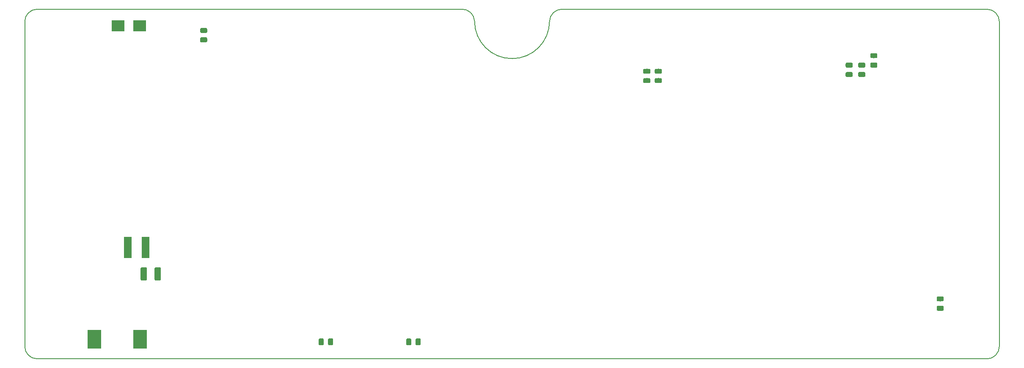
<source format=gbr>
%TF.GenerationSoftware,KiCad,Pcbnew,5.0.1*%
%TF.CreationDate,2018-10-23T16:01:19+11:00*%
%TF.ProjectId,FP1,4650312E6B696361645F706362000000,0.1*%
%TF.SameCoordinates,Original*%
%TF.FileFunction,Paste,Top*%
%TF.FilePolarity,Positive*%
%FSLAX46Y46*%
G04 Gerber Fmt 4.6, Leading zero omitted, Abs format (unit mm)*
G04 Created by KiCad (PCBNEW 5.0.1) date Tue 23 Oct 2018 04:01:19 PM AEDT*
%MOMM*%
%LPD*%
G01*
G04 APERTURE LIST*
%ADD10C,0.150000*%
%ADD11C,0.975000*%
%ADD12R,2.700000X3.750000*%
%ADD13C,1.250000*%
%ADD14R,2.500000X2.300000*%
%ADD15R,1.500000X4.200000*%
G04 APERTURE END LIST*
D10*
X240100000Y-59500000D02*
G75*
G03X237599981Y-56999981I-2500019J0D01*
G01*
X237599981Y-127000019D02*
G75*
G03X240100000Y-124500000I0J2500019D01*
G01*
X45099981Y-124500000D02*
G75*
G03X47600000Y-127000019I2500019J0D01*
G01*
X45099981Y-59500000D02*
G75*
G02X47600000Y-56999981I2500019J0D01*
G01*
X135098002Y-59400080D02*
G75*
G03X132599981Y-56999981I-2498021J-99920D01*
G01*
X150101622Y-59409986D02*
G75*
G02X152600019Y-57000000I2498397J-90033D01*
G01*
X150100000Y-59400000D02*
G75*
G02X135100000Y-59400000I-7500000J0D01*
G01*
X237620000Y-57000000D02*
X152580000Y-57000000D01*
X45100000Y-124540000D02*
X45100000Y-59460000D01*
X47610000Y-57000000D02*
X132630000Y-57000000D01*
X240100000Y-124530000D02*
X240100000Y-59490000D01*
X47570000Y-127000000D02*
X237630000Y-127000000D01*
G36*
X228740142Y-116391174D02*
X228763803Y-116394684D01*
X228787007Y-116400496D01*
X228809529Y-116408554D01*
X228831153Y-116418782D01*
X228851670Y-116431079D01*
X228870883Y-116445329D01*
X228888607Y-116461393D01*
X228904671Y-116479117D01*
X228918921Y-116498330D01*
X228931218Y-116518847D01*
X228941446Y-116540471D01*
X228949504Y-116562993D01*
X228955316Y-116586197D01*
X228958826Y-116609858D01*
X228960000Y-116633750D01*
X228960000Y-117121250D01*
X228958826Y-117145142D01*
X228955316Y-117168803D01*
X228949504Y-117192007D01*
X228941446Y-117214529D01*
X228931218Y-117236153D01*
X228918921Y-117256670D01*
X228904671Y-117275883D01*
X228888607Y-117293607D01*
X228870883Y-117309671D01*
X228851670Y-117323921D01*
X228831153Y-117336218D01*
X228809529Y-117346446D01*
X228787007Y-117354504D01*
X228763803Y-117360316D01*
X228740142Y-117363826D01*
X228716250Y-117365000D01*
X227803750Y-117365000D01*
X227779858Y-117363826D01*
X227756197Y-117360316D01*
X227732993Y-117354504D01*
X227710471Y-117346446D01*
X227688847Y-117336218D01*
X227668330Y-117323921D01*
X227649117Y-117309671D01*
X227631393Y-117293607D01*
X227615329Y-117275883D01*
X227601079Y-117256670D01*
X227588782Y-117236153D01*
X227578554Y-117214529D01*
X227570496Y-117192007D01*
X227564684Y-117168803D01*
X227561174Y-117145142D01*
X227560000Y-117121250D01*
X227560000Y-116633750D01*
X227561174Y-116609858D01*
X227564684Y-116586197D01*
X227570496Y-116562993D01*
X227578554Y-116540471D01*
X227588782Y-116518847D01*
X227601079Y-116498330D01*
X227615329Y-116479117D01*
X227631393Y-116461393D01*
X227649117Y-116445329D01*
X227668330Y-116431079D01*
X227688847Y-116418782D01*
X227710471Y-116408554D01*
X227732993Y-116400496D01*
X227756197Y-116394684D01*
X227779858Y-116391174D01*
X227803750Y-116390000D01*
X228716250Y-116390000D01*
X228740142Y-116391174D01*
X228740142Y-116391174D01*
G37*
D11*
X228260000Y-116877500D03*
D10*
G36*
X228740142Y-114516174D02*
X228763803Y-114519684D01*
X228787007Y-114525496D01*
X228809529Y-114533554D01*
X228831153Y-114543782D01*
X228851670Y-114556079D01*
X228870883Y-114570329D01*
X228888607Y-114586393D01*
X228904671Y-114604117D01*
X228918921Y-114623330D01*
X228931218Y-114643847D01*
X228941446Y-114665471D01*
X228949504Y-114687993D01*
X228955316Y-114711197D01*
X228958826Y-114734858D01*
X228960000Y-114758750D01*
X228960000Y-115246250D01*
X228958826Y-115270142D01*
X228955316Y-115293803D01*
X228949504Y-115317007D01*
X228941446Y-115339529D01*
X228931218Y-115361153D01*
X228918921Y-115381670D01*
X228904671Y-115400883D01*
X228888607Y-115418607D01*
X228870883Y-115434671D01*
X228851670Y-115448921D01*
X228831153Y-115461218D01*
X228809529Y-115471446D01*
X228787007Y-115479504D01*
X228763803Y-115485316D01*
X228740142Y-115488826D01*
X228716250Y-115490000D01*
X227803750Y-115490000D01*
X227779858Y-115488826D01*
X227756197Y-115485316D01*
X227732993Y-115479504D01*
X227710471Y-115471446D01*
X227688847Y-115461218D01*
X227668330Y-115448921D01*
X227649117Y-115434671D01*
X227631393Y-115418607D01*
X227615329Y-115400883D01*
X227601079Y-115381670D01*
X227588782Y-115361153D01*
X227578554Y-115339529D01*
X227570496Y-115317007D01*
X227564684Y-115293803D01*
X227561174Y-115270142D01*
X227560000Y-115246250D01*
X227560000Y-114758750D01*
X227561174Y-114734858D01*
X227564684Y-114711197D01*
X227570496Y-114687993D01*
X227578554Y-114665471D01*
X227588782Y-114643847D01*
X227601079Y-114623330D01*
X227615329Y-114604117D01*
X227631393Y-114586393D01*
X227649117Y-114570329D01*
X227668330Y-114556079D01*
X227688847Y-114543782D01*
X227710471Y-114533554D01*
X227732993Y-114525496D01*
X227756197Y-114519684D01*
X227779858Y-114516174D01*
X227803750Y-114515000D01*
X228716250Y-114515000D01*
X228740142Y-114516174D01*
X228740142Y-114516174D01*
G37*
D11*
X228260000Y-115002500D03*
D10*
G36*
X215480142Y-65836174D02*
X215503803Y-65839684D01*
X215527007Y-65845496D01*
X215549529Y-65853554D01*
X215571153Y-65863782D01*
X215591670Y-65876079D01*
X215610883Y-65890329D01*
X215628607Y-65906393D01*
X215644671Y-65924117D01*
X215658921Y-65943330D01*
X215671218Y-65963847D01*
X215681446Y-65985471D01*
X215689504Y-66007993D01*
X215695316Y-66031197D01*
X215698826Y-66054858D01*
X215700000Y-66078750D01*
X215700000Y-66566250D01*
X215698826Y-66590142D01*
X215695316Y-66613803D01*
X215689504Y-66637007D01*
X215681446Y-66659529D01*
X215671218Y-66681153D01*
X215658921Y-66701670D01*
X215644671Y-66720883D01*
X215628607Y-66738607D01*
X215610883Y-66754671D01*
X215591670Y-66768921D01*
X215571153Y-66781218D01*
X215549529Y-66791446D01*
X215527007Y-66799504D01*
X215503803Y-66805316D01*
X215480142Y-66808826D01*
X215456250Y-66810000D01*
X214543750Y-66810000D01*
X214519858Y-66808826D01*
X214496197Y-66805316D01*
X214472993Y-66799504D01*
X214450471Y-66791446D01*
X214428847Y-66781218D01*
X214408330Y-66768921D01*
X214389117Y-66754671D01*
X214371393Y-66738607D01*
X214355329Y-66720883D01*
X214341079Y-66701670D01*
X214328782Y-66681153D01*
X214318554Y-66659529D01*
X214310496Y-66637007D01*
X214304684Y-66613803D01*
X214301174Y-66590142D01*
X214300000Y-66566250D01*
X214300000Y-66078750D01*
X214301174Y-66054858D01*
X214304684Y-66031197D01*
X214310496Y-66007993D01*
X214318554Y-65985471D01*
X214328782Y-65963847D01*
X214341079Y-65943330D01*
X214355329Y-65924117D01*
X214371393Y-65906393D01*
X214389117Y-65890329D01*
X214408330Y-65876079D01*
X214428847Y-65863782D01*
X214450471Y-65853554D01*
X214472993Y-65845496D01*
X214496197Y-65839684D01*
X214519858Y-65836174D01*
X214543750Y-65835000D01*
X215456250Y-65835000D01*
X215480142Y-65836174D01*
X215480142Y-65836174D01*
G37*
D11*
X215000000Y-66322500D03*
D10*
G36*
X215480142Y-67711174D02*
X215503803Y-67714684D01*
X215527007Y-67720496D01*
X215549529Y-67728554D01*
X215571153Y-67738782D01*
X215591670Y-67751079D01*
X215610883Y-67765329D01*
X215628607Y-67781393D01*
X215644671Y-67799117D01*
X215658921Y-67818330D01*
X215671218Y-67838847D01*
X215681446Y-67860471D01*
X215689504Y-67882993D01*
X215695316Y-67906197D01*
X215698826Y-67929858D01*
X215700000Y-67953750D01*
X215700000Y-68441250D01*
X215698826Y-68465142D01*
X215695316Y-68488803D01*
X215689504Y-68512007D01*
X215681446Y-68534529D01*
X215671218Y-68556153D01*
X215658921Y-68576670D01*
X215644671Y-68595883D01*
X215628607Y-68613607D01*
X215610883Y-68629671D01*
X215591670Y-68643921D01*
X215571153Y-68656218D01*
X215549529Y-68666446D01*
X215527007Y-68674504D01*
X215503803Y-68680316D01*
X215480142Y-68683826D01*
X215456250Y-68685000D01*
X214543750Y-68685000D01*
X214519858Y-68683826D01*
X214496197Y-68680316D01*
X214472993Y-68674504D01*
X214450471Y-68666446D01*
X214428847Y-68656218D01*
X214408330Y-68643921D01*
X214389117Y-68629671D01*
X214371393Y-68613607D01*
X214355329Y-68595883D01*
X214341079Y-68576670D01*
X214328782Y-68556153D01*
X214318554Y-68534529D01*
X214310496Y-68512007D01*
X214304684Y-68488803D01*
X214301174Y-68465142D01*
X214300000Y-68441250D01*
X214300000Y-67953750D01*
X214301174Y-67929858D01*
X214304684Y-67906197D01*
X214310496Y-67882993D01*
X214318554Y-67860471D01*
X214328782Y-67838847D01*
X214341079Y-67818330D01*
X214355329Y-67799117D01*
X214371393Y-67781393D01*
X214389117Y-67765329D01*
X214408330Y-67751079D01*
X214428847Y-67738782D01*
X214450471Y-67728554D01*
X214472993Y-67720496D01*
X214496197Y-67714684D01*
X214519858Y-67711174D01*
X214543750Y-67710000D01*
X215456250Y-67710000D01*
X215480142Y-67711174D01*
X215480142Y-67711174D01*
G37*
D11*
X215000000Y-68197500D03*
D12*
X59010000Y-123090000D03*
X68210000Y-123090000D03*
D10*
G36*
X81380142Y-62651174D02*
X81403803Y-62654684D01*
X81427007Y-62660496D01*
X81449529Y-62668554D01*
X81471153Y-62678782D01*
X81491670Y-62691079D01*
X81510883Y-62705329D01*
X81528607Y-62721393D01*
X81544671Y-62739117D01*
X81558921Y-62758330D01*
X81571218Y-62778847D01*
X81581446Y-62800471D01*
X81589504Y-62822993D01*
X81595316Y-62846197D01*
X81598826Y-62869858D01*
X81600000Y-62893750D01*
X81600000Y-63381250D01*
X81598826Y-63405142D01*
X81595316Y-63428803D01*
X81589504Y-63452007D01*
X81581446Y-63474529D01*
X81571218Y-63496153D01*
X81558921Y-63516670D01*
X81544671Y-63535883D01*
X81528607Y-63553607D01*
X81510883Y-63569671D01*
X81491670Y-63583921D01*
X81471153Y-63596218D01*
X81449529Y-63606446D01*
X81427007Y-63614504D01*
X81403803Y-63620316D01*
X81380142Y-63623826D01*
X81356250Y-63625000D01*
X80443750Y-63625000D01*
X80419858Y-63623826D01*
X80396197Y-63620316D01*
X80372993Y-63614504D01*
X80350471Y-63606446D01*
X80328847Y-63596218D01*
X80308330Y-63583921D01*
X80289117Y-63569671D01*
X80271393Y-63553607D01*
X80255329Y-63535883D01*
X80241079Y-63516670D01*
X80228782Y-63496153D01*
X80218554Y-63474529D01*
X80210496Y-63452007D01*
X80204684Y-63428803D01*
X80201174Y-63405142D01*
X80200000Y-63381250D01*
X80200000Y-62893750D01*
X80201174Y-62869858D01*
X80204684Y-62846197D01*
X80210496Y-62822993D01*
X80218554Y-62800471D01*
X80228782Y-62778847D01*
X80241079Y-62758330D01*
X80255329Y-62739117D01*
X80271393Y-62721393D01*
X80289117Y-62705329D01*
X80308330Y-62691079D01*
X80328847Y-62678782D01*
X80350471Y-62668554D01*
X80372993Y-62660496D01*
X80396197Y-62654684D01*
X80419858Y-62651174D01*
X80443750Y-62650000D01*
X81356250Y-62650000D01*
X81380142Y-62651174D01*
X81380142Y-62651174D01*
G37*
D11*
X80900000Y-63137500D03*
D10*
G36*
X81380142Y-60776174D02*
X81403803Y-60779684D01*
X81427007Y-60785496D01*
X81449529Y-60793554D01*
X81471153Y-60803782D01*
X81491670Y-60816079D01*
X81510883Y-60830329D01*
X81528607Y-60846393D01*
X81544671Y-60864117D01*
X81558921Y-60883330D01*
X81571218Y-60903847D01*
X81581446Y-60925471D01*
X81589504Y-60947993D01*
X81595316Y-60971197D01*
X81598826Y-60994858D01*
X81600000Y-61018750D01*
X81600000Y-61506250D01*
X81598826Y-61530142D01*
X81595316Y-61553803D01*
X81589504Y-61577007D01*
X81581446Y-61599529D01*
X81571218Y-61621153D01*
X81558921Y-61641670D01*
X81544671Y-61660883D01*
X81528607Y-61678607D01*
X81510883Y-61694671D01*
X81491670Y-61708921D01*
X81471153Y-61721218D01*
X81449529Y-61731446D01*
X81427007Y-61739504D01*
X81403803Y-61745316D01*
X81380142Y-61748826D01*
X81356250Y-61750000D01*
X80443750Y-61750000D01*
X80419858Y-61748826D01*
X80396197Y-61745316D01*
X80372993Y-61739504D01*
X80350471Y-61731446D01*
X80328847Y-61721218D01*
X80308330Y-61708921D01*
X80289117Y-61694671D01*
X80271393Y-61678607D01*
X80255329Y-61660883D01*
X80241079Y-61641670D01*
X80228782Y-61621153D01*
X80218554Y-61599529D01*
X80210496Y-61577007D01*
X80204684Y-61553803D01*
X80201174Y-61530142D01*
X80200000Y-61506250D01*
X80200000Y-61018750D01*
X80201174Y-60994858D01*
X80204684Y-60971197D01*
X80210496Y-60947993D01*
X80218554Y-60925471D01*
X80228782Y-60903847D01*
X80241079Y-60883330D01*
X80255329Y-60864117D01*
X80271393Y-60846393D01*
X80289117Y-60830329D01*
X80308330Y-60816079D01*
X80328847Y-60803782D01*
X80350471Y-60793554D01*
X80372993Y-60785496D01*
X80396197Y-60779684D01*
X80419858Y-60776174D01*
X80443750Y-60775000D01*
X81356250Y-60775000D01*
X81380142Y-60776174D01*
X81380142Y-60776174D01*
G37*
D11*
X80900000Y-61262500D03*
D10*
G36*
X106555142Y-122891174D02*
X106578803Y-122894684D01*
X106602007Y-122900496D01*
X106624529Y-122908554D01*
X106646153Y-122918782D01*
X106666670Y-122931079D01*
X106685883Y-122945329D01*
X106703607Y-122961393D01*
X106719671Y-122979117D01*
X106733921Y-122998330D01*
X106746218Y-123018847D01*
X106756446Y-123040471D01*
X106764504Y-123062993D01*
X106770316Y-123086197D01*
X106773826Y-123109858D01*
X106775000Y-123133750D01*
X106775000Y-124046250D01*
X106773826Y-124070142D01*
X106770316Y-124093803D01*
X106764504Y-124117007D01*
X106756446Y-124139529D01*
X106746218Y-124161153D01*
X106733921Y-124181670D01*
X106719671Y-124200883D01*
X106703607Y-124218607D01*
X106685883Y-124234671D01*
X106666670Y-124248921D01*
X106646153Y-124261218D01*
X106624529Y-124271446D01*
X106602007Y-124279504D01*
X106578803Y-124285316D01*
X106555142Y-124288826D01*
X106531250Y-124290000D01*
X106043750Y-124290000D01*
X106019858Y-124288826D01*
X105996197Y-124285316D01*
X105972993Y-124279504D01*
X105950471Y-124271446D01*
X105928847Y-124261218D01*
X105908330Y-124248921D01*
X105889117Y-124234671D01*
X105871393Y-124218607D01*
X105855329Y-124200883D01*
X105841079Y-124181670D01*
X105828782Y-124161153D01*
X105818554Y-124139529D01*
X105810496Y-124117007D01*
X105804684Y-124093803D01*
X105801174Y-124070142D01*
X105800000Y-124046250D01*
X105800000Y-123133750D01*
X105801174Y-123109858D01*
X105804684Y-123086197D01*
X105810496Y-123062993D01*
X105818554Y-123040471D01*
X105828782Y-123018847D01*
X105841079Y-122998330D01*
X105855329Y-122979117D01*
X105871393Y-122961393D01*
X105889117Y-122945329D01*
X105908330Y-122931079D01*
X105928847Y-122918782D01*
X105950471Y-122908554D01*
X105972993Y-122900496D01*
X105996197Y-122894684D01*
X106019858Y-122891174D01*
X106043750Y-122890000D01*
X106531250Y-122890000D01*
X106555142Y-122891174D01*
X106555142Y-122891174D01*
G37*
D11*
X106287500Y-123590000D03*
D10*
G36*
X104680142Y-122891174D02*
X104703803Y-122894684D01*
X104727007Y-122900496D01*
X104749529Y-122908554D01*
X104771153Y-122918782D01*
X104791670Y-122931079D01*
X104810883Y-122945329D01*
X104828607Y-122961393D01*
X104844671Y-122979117D01*
X104858921Y-122998330D01*
X104871218Y-123018847D01*
X104881446Y-123040471D01*
X104889504Y-123062993D01*
X104895316Y-123086197D01*
X104898826Y-123109858D01*
X104900000Y-123133750D01*
X104900000Y-124046250D01*
X104898826Y-124070142D01*
X104895316Y-124093803D01*
X104889504Y-124117007D01*
X104881446Y-124139529D01*
X104871218Y-124161153D01*
X104858921Y-124181670D01*
X104844671Y-124200883D01*
X104828607Y-124218607D01*
X104810883Y-124234671D01*
X104791670Y-124248921D01*
X104771153Y-124261218D01*
X104749529Y-124271446D01*
X104727007Y-124279504D01*
X104703803Y-124285316D01*
X104680142Y-124288826D01*
X104656250Y-124290000D01*
X104168750Y-124290000D01*
X104144858Y-124288826D01*
X104121197Y-124285316D01*
X104097993Y-124279504D01*
X104075471Y-124271446D01*
X104053847Y-124261218D01*
X104033330Y-124248921D01*
X104014117Y-124234671D01*
X103996393Y-124218607D01*
X103980329Y-124200883D01*
X103966079Y-124181670D01*
X103953782Y-124161153D01*
X103943554Y-124139529D01*
X103935496Y-124117007D01*
X103929684Y-124093803D01*
X103926174Y-124070142D01*
X103925000Y-124046250D01*
X103925000Y-123133750D01*
X103926174Y-123109858D01*
X103929684Y-123086197D01*
X103935496Y-123062993D01*
X103943554Y-123040471D01*
X103953782Y-123018847D01*
X103966079Y-122998330D01*
X103980329Y-122979117D01*
X103996393Y-122961393D01*
X104014117Y-122945329D01*
X104033330Y-122931079D01*
X104053847Y-122918782D01*
X104075471Y-122908554D01*
X104097993Y-122900496D01*
X104121197Y-122894684D01*
X104144858Y-122891174D01*
X104168750Y-122890000D01*
X104656250Y-122890000D01*
X104680142Y-122891174D01*
X104680142Y-122891174D01*
G37*
D11*
X104412500Y-123590000D03*
D10*
G36*
X170040142Y-70811174D02*
X170063803Y-70814684D01*
X170087007Y-70820496D01*
X170109529Y-70828554D01*
X170131153Y-70838782D01*
X170151670Y-70851079D01*
X170170883Y-70865329D01*
X170188607Y-70881393D01*
X170204671Y-70899117D01*
X170218921Y-70918330D01*
X170231218Y-70938847D01*
X170241446Y-70960471D01*
X170249504Y-70982993D01*
X170255316Y-71006197D01*
X170258826Y-71029858D01*
X170260000Y-71053750D01*
X170260000Y-71541250D01*
X170258826Y-71565142D01*
X170255316Y-71588803D01*
X170249504Y-71612007D01*
X170241446Y-71634529D01*
X170231218Y-71656153D01*
X170218921Y-71676670D01*
X170204671Y-71695883D01*
X170188607Y-71713607D01*
X170170883Y-71729671D01*
X170151670Y-71743921D01*
X170131153Y-71756218D01*
X170109529Y-71766446D01*
X170087007Y-71774504D01*
X170063803Y-71780316D01*
X170040142Y-71783826D01*
X170016250Y-71785000D01*
X169103750Y-71785000D01*
X169079858Y-71783826D01*
X169056197Y-71780316D01*
X169032993Y-71774504D01*
X169010471Y-71766446D01*
X168988847Y-71756218D01*
X168968330Y-71743921D01*
X168949117Y-71729671D01*
X168931393Y-71713607D01*
X168915329Y-71695883D01*
X168901079Y-71676670D01*
X168888782Y-71656153D01*
X168878554Y-71634529D01*
X168870496Y-71612007D01*
X168864684Y-71588803D01*
X168861174Y-71565142D01*
X168860000Y-71541250D01*
X168860000Y-71053750D01*
X168861174Y-71029858D01*
X168864684Y-71006197D01*
X168870496Y-70982993D01*
X168878554Y-70960471D01*
X168888782Y-70938847D01*
X168901079Y-70918330D01*
X168915329Y-70899117D01*
X168931393Y-70881393D01*
X168949117Y-70865329D01*
X168968330Y-70851079D01*
X168988847Y-70838782D01*
X169010471Y-70828554D01*
X169032993Y-70820496D01*
X169056197Y-70814684D01*
X169079858Y-70811174D01*
X169103750Y-70810000D01*
X170016250Y-70810000D01*
X170040142Y-70811174D01*
X170040142Y-70811174D01*
G37*
D11*
X169560000Y-71297500D03*
D10*
G36*
X170040142Y-68936174D02*
X170063803Y-68939684D01*
X170087007Y-68945496D01*
X170109529Y-68953554D01*
X170131153Y-68963782D01*
X170151670Y-68976079D01*
X170170883Y-68990329D01*
X170188607Y-69006393D01*
X170204671Y-69024117D01*
X170218921Y-69043330D01*
X170231218Y-69063847D01*
X170241446Y-69085471D01*
X170249504Y-69107993D01*
X170255316Y-69131197D01*
X170258826Y-69154858D01*
X170260000Y-69178750D01*
X170260000Y-69666250D01*
X170258826Y-69690142D01*
X170255316Y-69713803D01*
X170249504Y-69737007D01*
X170241446Y-69759529D01*
X170231218Y-69781153D01*
X170218921Y-69801670D01*
X170204671Y-69820883D01*
X170188607Y-69838607D01*
X170170883Y-69854671D01*
X170151670Y-69868921D01*
X170131153Y-69881218D01*
X170109529Y-69891446D01*
X170087007Y-69899504D01*
X170063803Y-69905316D01*
X170040142Y-69908826D01*
X170016250Y-69910000D01*
X169103750Y-69910000D01*
X169079858Y-69908826D01*
X169056197Y-69905316D01*
X169032993Y-69899504D01*
X169010471Y-69891446D01*
X168988847Y-69881218D01*
X168968330Y-69868921D01*
X168949117Y-69854671D01*
X168931393Y-69838607D01*
X168915329Y-69820883D01*
X168901079Y-69801670D01*
X168888782Y-69781153D01*
X168878554Y-69759529D01*
X168870496Y-69737007D01*
X168864684Y-69713803D01*
X168861174Y-69690142D01*
X168860000Y-69666250D01*
X168860000Y-69178750D01*
X168861174Y-69154858D01*
X168864684Y-69131197D01*
X168870496Y-69107993D01*
X168878554Y-69085471D01*
X168888782Y-69063847D01*
X168901079Y-69043330D01*
X168915329Y-69024117D01*
X168931393Y-69006393D01*
X168949117Y-68990329D01*
X168968330Y-68976079D01*
X168988847Y-68963782D01*
X169010471Y-68953554D01*
X169032993Y-68945496D01*
X169056197Y-68939684D01*
X169079858Y-68936174D01*
X169103750Y-68935000D01*
X170016250Y-68935000D01*
X170040142Y-68936174D01*
X170040142Y-68936174D01*
G37*
D11*
X169560000Y-69422500D03*
D10*
G36*
X172340142Y-70811174D02*
X172363803Y-70814684D01*
X172387007Y-70820496D01*
X172409529Y-70828554D01*
X172431153Y-70838782D01*
X172451670Y-70851079D01*
X172470883Y-70865329D01*
X172488607Y-70881393D01*
X172504671Y-70899117D01*
X172518921Y-70918330D01*
X172531218Y-70938847D01*
X172541446Y-70960471D01*
X172549504Y-70982993D01*
X172555316Y-71006197D01*
X172558826Y-71029858D01*
X172560000Y-71053750D01*
X172560000Y-71541250D01*
X172558826Y-71565142D01*
X172555316Y-71588803D01*
X172549504Y-71612007D01*
X172541446Y-71634529D01*
X172531218Y-71656153D01*
X172518921Y-71676670D01*
X172504671Y-71695883D01*
X172488607Y-71713607D01*
X172470883Y-71729671D01*
X172451670Y-71743921D01*
X172431153Y-71756218D01*
X172409529Y-71766446D01*
X172387007Y-71774504D01*
X172363803Y-71780316D01*
X172340142Y-71783826D01*
X172316250Y-71785000D01*
X171403750Y-71785000D01*
X171379858Y-71783826D01*
X171356197Y-71780316D01*
X171332993Y-71774504D01*
X171310471Y-71766446D01*
X171288847Y-71756218D01*
X171268330Y-71743921D01*
X171249117Y-71729671D01*
X171231393Y-71713607D01*
X171215329Y-71695883D01*
X171201079Y-71676670D01*
X171188782Y-71656153D01*
X171178554Y-71634529D01*
X171170496Y-71612007D01*
X171164684Y-71588803D01*
X171161174Y-71565142D01*
X171160000Y-71541250D01*
X171160000Y-71053750D01*
X171161174Y-71029858D01*
X171164684Y-71006197D01*
X171170496Y-70982993D01*
X171178554Y-70960471D01*
X171188782Y-70938847D01*
X171201079Y-70918330D01*
X171215329Y-70899117D01*
X171231393Y-70881393D01*
X171249117Y-70865329D01*
X171268330Y-70851079D01*
X171288847Y-70838782D01*
X171310471Y-70828554D01*
X171332993Y-70820496D01*
X171356197Y-70814684D01*
X171379858Y-70811174D01*
X171403750Y-70810000D01*
X172316250Y-70810000D01*
X172340142Y-70811174D01*
X172340142Y-70811174D01*
G37*
D11*
X171860000Y-71297500D03*
D10*
G36*
X172340142Y-68936174D02*
X172363803Y-68939684D01*
X172387007Y-68945496D01*
X172409529Y-68953554D01*
X172431153Y-68963782D01*
X172451670Y-68976079D01*
X172470883Y-68990329D01*
X172488607Y-69006393D01*
X172504671Y-69024117D01*
X172518921Y-69043330D01*
X172531218Y-69063847D01*
X172541446Y-69085471D01*
X172549504Y-69107993D01*
X172555316Y-69131197D01*
X172558826Y-69154858D01*
X172560000Y-69178750D01*
X172560000Y-69666250D01*
X172558826Y-69690142D01*
X172555316Y-69713803D01*
X172549504Y-69737007D01*
X172541446Y-69759529D01*
X172531218Y-69781153D01*
X172518921Y-69801670D01*
X172504671Y-69820883D01*
X172488607Y-69838607D01*
X172470883Y-69854671D01*
X172451670Y-69868921D01*
X172431153Y-69881218D01*
X172409529Y-69891446D01*
X172387007Y-69899504D01*
X172363803Y-69905316D01*
X172340142Y-69908826D01*
X172316250Y-69910000D01*
X171403750Y-69910000D01*
X171379858Y-69908826D01*
X171356197Y-69905316D01*
X171332993Y-69899504D01*
X171310471Y-69891446D01*
X171288847Y-69881218D01*
X171268330Y-69868921D01*
X171249117Y-69854671D01*
X171231393Y-69838607D01*
X171215329Y-69820883D01*
X171201079Y-69801670D01*
X171188782Y-69781153D01*
X171178554Y-69759529D01*
X171170496Y-69737007D01*
X171164684Y-69713803D01*
X171161174Y-69690142D01*
X171160000Y-69666250D01*
X171160000Y-69178750D01*
X171161174Y-69154858D01*
X171164684Y-69131197D01*
X171170496Y-69107993D01*
X171178554Y-69085471D01*
X171188782Y-69063847D01*
X171201079Y-69043330D01*
X171215329Y-69024117D01*
X171231393Y-69006393D01*
X171249117Y-68990329D01*
X171268330Y-68976079D01*
X171288847Y-68963782D01*
X171310471Y-68953554D01*
X171332993Y-68945496D01*
X171356197Y-68939684D01*
X171379858Y-68936174D01*
X171403750Y-68935000D01*
X172316250Y-68935000D01*
X172340142Y-68936174D01*
X172340142Y-68936174D01*
G37*
D11*
X171860000Y-69422500D03*
D10*
G36*
X122200142Y-122891174D02*
X122223803Y-122894684D01*
X122247007Y-122900496D01*
X122269529Y-122908554D01*
X122291153Y-122918782D01*
X122311670Y-122931079D01*
X122330883Y-122945329D01*
X122348607Y-122961393D01*
X122364671Y-122979117D01*
X122378921Y-122998330D01*
X122391218Y-123018847D01*
X122401446Y-123040471D01*
X122409504Y-123062993D01*
X122415316Y-123086197D01*
X122418826Y-123109858D01*
X122420000Y-123133750D01*
X122420000Y-124046250D01*
X122418826Y-124070142D01*
X122415316Y-124093803D01*
X122409504Y-124117007D01*
X122401446Y-124139529D01*
X122391218Y-124161153D01*
X122378921Y-124181670D01*
X122364671Y-124200883D01*
X122348607Y-124218607D01*
X122330883Y-124234671D01*
X122311670Y-124248921D01*
X122291153Y-124261218D01*
X122269529Y-124271446D01*
X122247007Y-124279504D01*
X122223803Y-124285316D01*
X122200142Y-124288826D01*
X122176250Y-124290000D01*
X121688750Y-124290000D01*
X121664858Y-124288826D01*
X121641197Y-124285316D01*
X121617993Y-124279504D01*
X121595471Y-124271446D01*
X121573847Y-124261218D01*
X121553330Y-124248921D01*
X121534117Y-124234671D01*
X121516393Y-124218607D01*
X121500329Y-124200883D01*
X121486079Y-124181670D01*
X121473782Y-124161153D01*
X121463554Y-124139529D01*
X121455496Y-124117007D01*
X121449684Y-124093803D01*
X121446174Y-124070142D01*
X121445000Y-124046250D01*
X121445000Y-123133750D01*
X121446174Y-123109858D01*
X121449684Y-123086197D01*
X121455496Y-123062993D01*
X121463554Y-123040471D01*
X121473782Y-123018847D01*
X121486079Y-122998330D01*
X121500329Y-122979117D01*
X121516393Y-122961393D01*
X121534117Y-122945329D01*
X121553330Y-122931079D01*
X121573847Y-122918782D01*
X121595471Y-122908554D01*
X121617993Y-122900496D01*
X121641197Y-122894684D01*
X121664858Y-122891174D01*
X121688750Y-122890000D01*
X122176250Y-122890000D01*
X122200142Y-122891174D01*
X122200142Y-122891174D01*
G37*
D11*
X121932500Y-123590000D03*
D10*
G36*
X124075142Y-122891174D02*
X124098803Y-122894684D01*
X124122007Y-122900496D01*
X124144529Y-122908554D01*
X124166153Y-122918782D01*
X124186670Y-122931079D01*
X124205883Y-122945329D01*
X124223607Y-122961393D01*
X124239671Y-122979117D01*
X124253921Y-122998330D01*
X124266218Y-123018847D01*
X124276446Y-123040471D01*
X124284504Y-123062993D01*
X124290316Y-123086197D01*
X124293826Y-123109858D01*
X124295000Y-123133750D01*
X124295000Y-124046250D01*
X124293826Y-124070142D01*
X124290316Y-124093803D01*
X124284504Y-124117007D01*
X124276446Y-124139529D01*
X124266218Y-124161153D01*
X124253921Y-124181670D01*
X124239671Y-124200883D01*
X124223607Y-124218607D01*
X124205883Y-124234671D01*
X124186670Y-124248921D01*
X124166153Y-124261218D01*
X124144529Y-124271446D01*
X124122007Y-124279504D01*
X124098803Y-124285316D01*
X124075142Y-124288826D01*
X124051250Y-124290000D01*
X123563750Y-124290000D01*
X123539858Y-124288826D01*
X123516197Y-124285316D01*
X123492993Y-124279504D01*
X123470471Y-124271446D01*
X123448847Y-124261218D01*
X123428330Y-124248921D01*
X123409117Y-124234671D01*
X123391393Y-124218607D01*
X123375329Y-124200883D01*
X123361079Y-124181670D01*
X123348782Y-124161153D01*
X123338554Y-124139529D01*
X123330496Y-124117007D01*
X123324684Y-124093803D01*
X123321174Y-124070142D01*
X123320000Y-124046250D01*
X123320000Y-123133750D01*
X123321174Y-123109858D01*
X123324684Y-123086197D01*
X123330496Y-123062993D01*
X123338554Y-123040471D01*
X123348782Y-123018847D01*
X123361079Y-122998330D01*
X123375329Y-122979117D01*
X123391393Y-122961393D01*
X123409117Y-122945329D01*
X123428330Y-122931079D01*
X123448847Y-122918782D01*
X123470471Y-122908554D01*
X123492993Y-122900496D01*
X123516197Y-122894684D01*
X123539858Y-122891174D01*
X123563750Y-122890000D01*
X124051250Y-122890000D01*
X124075142Y-122891174D01*
X124075142Y-122891174D01*
G37*
D11*
X123807500Y-123590000D03*
D10*
G36*
X69309504Y-108676204D02*
X69333773Y-108679804D01*
X69357571Y-108685765D01*
X69380671Y-108694030D01*
X69402849Y-108704520D01*
X69423893Y-108717133D01*
X69443598Y-108731747D01*
X69461777Y-108748223D01*
X69478253Y-108766402D01*
X69492867Y-108786107D01*
X69505480Y-108807151D01*
X69515970Y-108829329D01*
X69524235Y-108852429D01*
X69530196Y-108876227D01*
X69533796Y-108900496D01*
X69535000Y-108925000D01*
X69535000Y-111075000D01*
X69533796Y-111099504D01*
X69530196Y-111123773D01*
X69524235Y-111147571D01*
X69515970Y-111170671D01*
X69505480Y-111192849D01*
X69492867Y-111213893D01*
X69478253Y-111233598D01*
X69461777Y-111251777D01*
X69443598Y-111268253D01*
X69423893Y-111282867D01*
X69402849Y-111295480D01*
X69380671Y-111305970D01*
X69357571Y-111314235D01*
X69333773Y-111320196D01*
X69309504Y-111323796D01*
X69285000Y-111325000D01*
X68535000Y-111325000D01*
X68510496Y-111323796D01*
X68486227Y-111320196D01*
X68462429Y-111314235D01*
X68439329Y-111305970D01*
X68417151Y-111295480D01*
X68396107Y-111282867D01*
X68376402Y-111268253D01*
X68358223Y-111251777D01*
X68341747Y-111233598D01*
X68327133Y-111213893D01*
X68314520Y-111192849D01*
X68304030Y-111170671D01*
X68295765Y-111147571D01*
X68289804Y-111123773D01*
X68286204Y-111099504D01*
X68285000Y-111075000D01*
X68285000Y-108925000D01*
X68286204Y-108900496D01*
X68289804Y-108876227D01*
X68295765Y-108852429D01*
X68304030Y-108829329D01*
X68314520Y-108807151D01*
X68327133Y-108786107D01*
X68341747Y-108766402D01*
X68358223Y-108748223D01*
X68376402Y-108731747D01*
X68396107Y-108717133D01*
X68417151Y-108704520D01*
X68439329Y-108694030D01*
X68462429Y-108685765D01*
X68486227Y-108679804D01*
X68510496Y-108676204D01*
X68535000Y-108675000D01*
X69285000Y-108675000D01*
X69309504Y-108676204D01*
X69309504Y-108676204D01*
G37*
D13*
X68910000Y-110000000D03*
D10*
G36*
X72109504Y-108676204D02*
X72133773Y-108679804D01*
X72157571Y-108685765D01*
X72180671Y-108694030D01*
X72202849Y-108704520D01*
X72223893Y-108717133D01*
X72243598Y-108731747D01*
X72261777Y-108748223D01*
X72278253Y-108766402D01*
X72292867Y-108786107D01*
X72305480Y-108807151D01*
X72315970Y-108829329D01*
X72324235Y-108852429D01*
X72330196Y-108876227D01*
X72333796Y-108900496D01*
X72335000Y-108925000D01*
X72335000Y-111075000D01*
X72333796Y-111099504D01*
X72330196Y-111123773D01*
X72324235Y-111147571D01*
X72315970Y-111170671D01*
X72305480Y-111192849D01*
X72292867Y-111213893D01*
X72278253Y-111233598D01*
X72261777Y-111251777D01*
X72243598Y-111268253D01*
X72223893Y-111282867D01*
X72202849Y-111295480D01*
X72180671Y-111305970D01*
X72157571Y-111314235D01*
X72133773Y-111320196D01*
X72109504Y-111323796D01*
X72085000Y-111325000D01*
X71335000Y-111325000D01*
X71310496Y-111323796D01*
X71286227Y-111320196D01*
X71262429Y-111314235D01*
X71239329Y-111305970D01*
X71217151Y-111295480D01*
X71196107Y-111282867D01*
X71176402Y-111268253D01*
X71158223Y-111251777D01*
X71141747Y-111233598D01*
X71127133Y-111213893D01*
X71114520Y-111192849D01*
X71104030Y-111170671D01*
X71095765Y-111147571D01*
X71089804Y-111123773D01*
X71086204Y-111099504D01*
X71085000Y-111075000D01*
X71085000Y-108925000D01*
X71086204Y-108900496D01*
X71089804Y-108876227D01*
X71095765Y-108852429D01*
X71104030Y-108829329D01*
X71114520Y-108807151D01*
X71127133Y-108786107D01*
X71141747Y-108766402D01*
X71158223Y-108748223D01*
X71176402Y-108731747D01*
X71196107Y-108717133D01*
X71217151Y-108704520D01*
X71239329Y-108694030D01*
X71262429Y-108685765D01*
X71286227Y-108679804D01*
X71310496Y-108676204D01*
X71335000Y-108675000D01*
X72085000Y-108675000D01*
X72109504Y-108676204D01*
X72109504Y-108676204D01*
G37*
D13*
X71710000Y-110000000D03*
D14*
X68050000Y-60300000D03*
X63750000Y-60300000D03*
D15*
X69300000Y-104720000D03*
X65700000Y-104720000D03*
D10*
G36*
X213060142Y-69591174D02*
X213083803Y-69594684D01*
X213107007Y-69600496D01*
X213129529Y-69608554D01*
X213151153Y-69618782D01*
X213171670Y-69631079D01*
X213190883Y-69645329D01*
X213208607Y-69661393D01*
X213224671Y-69679117D01*
X213238921Y-69698330D01*
X213251218Y-69718847D01*
X213261446Y-69740471D01*
X213269504Y-69762993D01*
X213275316Y-69786197D01*
X213278826Y-69809858D01*
X213280000Y-69833750D01*
X213280000Y-70321250D01*
X213278826Y-70345142D01*
X213275316Y-70368803D01*
X213269504Y-70392007D01*
X213261446Y-70414529D01*
X213251218Y-70436153D01*
X213238921Y-70456670D01*
X213224671Y-70475883D01*
X213208607Y-70493607D01*
X213190883Y-70509671D01*
X213171670Y-70523921D01*
X213151153Y-70536218D01*
X213129529Y-70546446D01*
X213107007Y-70554504D01*
X213083803Y-70560316D01*
X213060142Y-70563826D01*
X213036250Y-70565000D01*
X212123750Y-70565000D01*
X212099858Y-70563826D01*
X212076197Y-70560316D01*
X212052993Y-70554504D01*
X212030471Y-70546446D01*
X212008847Y-70536218D01*
X211988330Y-70523921D01*
X211969117Y-70509671D01*
X211951393Y-70493607D01*
X211935329Y-70475883D01*
X211921079Y-70456670D01*
X211908782Y-70436153D01*
X211898554Y-70414529D01*
X211890496Y-70392007D01*
X211884684Y-70368803D01*
X211881174Y-70345142D01*
X211880000Y-70321250D01*
X211880000Y-69833750D01*
X211881174Y-69809858D01*
X211884684Y-69786197D01*
X211890496Y-69762993D01*
X211898554Y-69740471D01*
X211908782Y-69718847D01*
X211921079Y-69698330D01*
X211935329Y-69679117D01*
X211951393Y-69661393D01*
X211969117Y-69645329D01*
X211988330Y-69631079D01*
X212008847Y-69618782D01*
X212030471Y-69608554D01*
X212052993Y-69600496D01*
X212076197Y-69594684D01*
X212099858Y-69591174D01*
X212123750Y-69590000D01*
X213036250Y-69590000D01*
X213060142Y-69591174D01*
X213060142Y-69591174D01*
G37*
D11*
X212580000Y-70077500D03*
D10*
G36*
X213060142Y-67716174D02*
X213083803Y-67719684D01*
X213107007Y-67725496D01*
X213129529Y-67733554D01*
X213151153Y-67743782D01*
X213171670Y-67756079D01*
X213190883Y-67770329D01*
X213208607Y-67786393D01*
X213224671Y-67804117D01*
X213238921Y-67823330D01*
X213251218Y-67843847D01*
X213261446Y-67865471D01*
X213269504Y-67887993D01*
X213275316Y-67911197D01*
X213278826Y-67934858D01*
X213280000Y-67958750D01*
X213280000Y-68446250D01*
X213278826Y-68470142D01*
X213275316Y-68493803D01*
X213269504Y-68517007D01*
X213261446Y-68539529D01*
X213251218Y-68561153D01*
X213238921Y-68581670D01*
X213224671Y-68600883D01*
X213208607Y-68618607D01*
X213190883Y-68634671D01*
X213171670Y-68648921D01*
X213151153Y-68661218D01*
X213129529Y-68671446D01*
X213107007Y-68679504D01*
X213083803Y-68685316D01*
X213060142Y-68688826D01*
X213036250Y-68690000D01*
X212123750Y-68690000D01*
X212099858Y-68688826D01*
X212076197Y-68685316D01*
X212052993Y-68679504D01*
X212030471Y-68671446D01*
X212008847Y-68661218D01*
X211988330Y-68648921D01*
X211969117Y-68634671D01*
X211951393Y-68618607D01*
X211935329Y-68600883D01*
X211921079Y-68581670D01*
X211908782Y-68561153D01*
X211898554Y-68539529D01*
X211890496Y-68517007D01*
X211884684Y-68493803D01*
X211881174Y-68470142D01*
X211880000Y-68446250D01*
X211880000Y-67958750D01*
X211881174Y-67934858D01*
X211884684Y-67911197D01*
X211890496Y-67887993D01*
X211898554Y-67865471D01*
X211908782Y-67843847D01*
X211921079Y-67823330D01*
X211935329Y-67804117D01*
X211951393Y-67786393D01*
X211969117Y-67770329D01*
X211988330Y-67756079D01*
X212008847Y-67743782D01*
X212030471Y-67733554D01*
X212052993Y-67725496D01*
X212076197Y-67719684D01*
X212099858Y-67716174D01*
X212123750Y-67715000D01*
X213036250Y-67715000D01*
X213060142Y-67716174D01*
X213060142Y-67716174D01*
G37*
D11*
X212580000Y-68202500D03*
D10*
G36*
X210530142Y-69591174D02*
X210553803Y-69594684D01*
X210577007Y-69600496D01*
X210599529Y-69608554D01*
X210621153Y-69618782D01*
X210641670Y-69631079D01*
X210660883Y-69645329D01*
X210678607Y-69661393D01*
X210694671Y-69679117D01*
X210708921Y-69698330D01*
X210721218Y-69718847D01*
X210731446Y-69740471D01*
X210739504Y-69762993D01*
X210745316Y-69786197D01*
X210748826Y-69809858D01*
X210750000Y-69833750D01*
X210750000Y-70321250D01*
X210748826Y-70345142D01*
X210745316Y-70368803D01*
X210739504Y-70392007D01*
X210731446Y-70414529D01*
X210721218Y-70436153D01*
X210708921Y-70456670D01*
X210694671Y-70475883D01*
X210678607Y-70493607D01*
X210660883Y-70509671D01*
X210641670Y-70523921D01*
X210621153Y-70536218D01*
X210599529Y-70546446D01*
X210577007Y-70554504D01*
X210553803Y-70560316D01*
X210530142Y-70563826D01*
X210506250Y-70565000D01*
X209593750Y-70565000D01*
X209569858Y-70563826D01*
X209546197Y-70560316D01*
X209522993Y-70554504D01*
X209500471Y-70546446D01*
X209478847Y-70536218D01*
X209458330Y-70523921D01*
X209439117Y-70509671D01*
X209421393Y-70493607D01*
X209405329Y-70475883D01*
X209391079Y-70456670D01*
X209378782Y-70436153D01*
X209368554Y-70414529D01*
X209360496Y-70392007D01*
X209354684Y-70368803D01*
X209351174Y-70345142D01*
X209350000Y-70321250D01*
X209350000Y-69833750D01*
X209351174Y-69809858D01*
X209354684Y-69786197D01*
X209360496Y-69762993D01*
X209368554Y-69740471D01*
X209378782Y-69718847D01*
X209391079Y-69698330D01*
X209405329Y-69679117D01*
X209421393Y-69661393D01*
X209439117Y-69645329D01*
X209458330Y-69631079D01*
X209478847Y-69618782D01*
X209500471Y-69608554D01*
X209522993Y-69600496D01*
X209546197Y-69594684D01*
X209569858Y-69591174D01*
X209593750Y-69590000D01*
X210506250Y-69590000D01*
X210530142Y-69591174D01*
X210530142Y-69591174D01*
G37*
D11*
X210050000Y-70077500D03*
D10*
G36*
X210530142Y-67716174D02*
X210553803Y-67719684D01*
X210577007Y-67725496D01*
X210599529Y-67733554D01*
X210621153Y-67743782D01*
X210641670Y-67756079D01*
X210660883Y-67770329D01*
X210678607Y-67786393D01*
X210694671Y-67804117D01*
X210708921Y-67823330D01*
X210721218Y-67843847D01*
X210731446Y-67865471D01*
X210739504Y-67887993D01*
X210745316Y-67911197D01*
X210748826Y-67934858D01*
X210750000Y-67958750D01*
X210750000Y-68446250D01*
X210748826Y-68470142D01*
X210745316Y-68493803D01*
X210739504Y-68517007D01*
X210731446Y-68539529D01*
X210721218Y-68561153D01*
X210708921Y-68581670D01*
X210694671Y-68600883D01*
X210678607Y-68618607D01*
X210660883Y-68634671D01*
X210641670Y-68648921D01*
X210621153Y-68661218D01*
X210599529Y-68671446D01*
X210577007Y-68679504D01*
X210553803Y-68685316D01*
X210530142Y-68688826D01*
X210506250Y-68690000D01*
X209593750Y-68690000D01*
X209569858Y-68688826D01*
X209546197Y-68685316D01*
X209522993Y-68679504D01*
X209500471Y-68671446D01*
X209478847Y-68661218D01*
X209458330Y-68648921D01*
X209439117Y-68634671D01*
X209421393Y-68618607D01*
X209405329Y-68600883D01*
X209391079Y-68581670D01*
X209378782Y-68561153D01*
X209368554Y-68539529D01*
X209360496Y-68517007D01*
X209354684Y-68493803D01*
X209351174Y-68470142D01*
X209350000Y-68446250D01*
X209350000Y-67958750D01*
X209351174Y-67934858D01*
X209354684Y-67911197D01*
X209360496Y-67887993D01*
X209368554Y-67865471D01*
X209378782Y-67843847D01*
X209391079Y-67823330D01*
X209405329Y-67804117D01*
X209421393Y-67786393D01*
X209439117Y-67770329D01*
X209458330Y-67756079D01*
X209478847Y-67743782D01*
X209500471Y-67733554D01*
X209522993Y-67725496D01*
X209546197Y-67719684D01*
X209569858Y-67716174D01*
X209593750Y-67715000D01*
X210506250Y-67715000D01*
X210530142Y-67716174D01*
X210530142Y-67716174D01*
G37*
D11*
X210050000Y-68202500D03*
M02*

</source>
